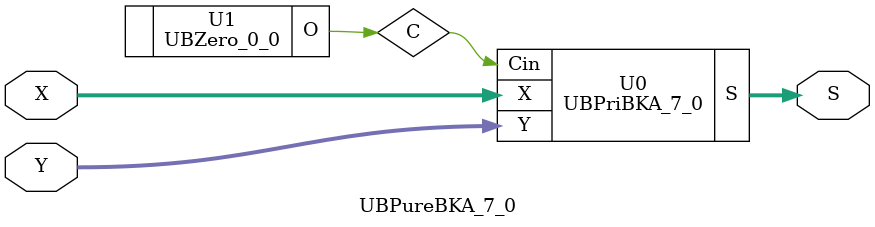
<source format=v>
/*----------------------------------------------------------------------------
  Copyright (c) 2021 Homma laboratory. All rights reserved.

  Top module: UBBKA_7_0_7_0

  Operand-1 length: 8
  Operand-2 length: 8
  Two-operand addition algorithm: Brent-Kung adder
----------------------------------------------------------------------------*/

module GPGenerator(Go, Po, A, B);
  output Go;
  output Po;
  input A;
  input B;
  assign Go = A & B;
  assign Po = A ^ B;
endmodule

module CarryOperator(Go, Po, Gi1, Pi1, Gi2, Pi2);
  output Go;
  output Po;
  input Gi1;
  input Gi2;
  input Pi1;
  input Pi2;
  assign Go = Gi1 | ( Gi2 & Pi1 );
  assign Po = Pi1 & Pi2;
endmodule

module UBPriBKA_7_0(S, X, Y, Cin);
  output [8:0] S;
  input Cin;
  input [7:0] X;
  input [7:0] Y;
  wire [7:0] G0;
  wire [7:0] G1;
  wire [7:0] G2;
  wire [7:0] G3;
  wire [7:0] G4;
  wire [7:0] G5;
  wire [7:0] G6;
  wire [7:0] P0;
  wire [7:0] P1;
  wire [7:0] P2;
  wire [7:0] P3;
  wire [7:0] P4;
  wire [7:0] P5;
  wire [7:0] P6;
  assign P1[0] = P0[0];
  assign G1[0] = G0[0];
  assign P1[2] = P0[2];
  assign G1[2] = G0[2];
  assign P1[4] = P0[4];
  assign G1[4] = G0[4];
  assign P1[6] = P0[6];
  assign G1[6] = G0[6];
  assign P2[0] = P1[0];
  assign G2[0] = G1[0];
  assign P2[1] = P1[1];
  assign G2[1] = G1[1];
  assign P2[2] = P1[2];
  assign G2[2] = G1[2];
  assign P2[4] = P1[4];
  assign G2[4] = G1[4];
  assign P2[5] = P1[5];
  assign G2[5] = G1[5];
  assign P2[6] = P1[6];
  assign G2[6] = G1[6];
  assign P3[0] = P2[0];
  assign G3[0] = G2[0];
  assign P3[1] = P2[1];
  assign G3[1] = G2[1];
  assign P3[2] = P2[2];
  assign G3[2] = G2[2];
  assign P3[3] = P2[3];
  assign G3[3] = G2[3];
  assign P3[4] = P2[4];
  assign G3[4] = G2[4];
  assign P3[5] = P2[5];
  assign G3[5] = G2[5];
  assign P3[6] = P2[6];
  assign G3[6] = G2[6];
  assign P4[0] = P3[0];
  assign G4[0] = G3[0];
  assign P4[1] = P3[1];
  assign G4[1] = G3[1];
  assign P4[2] = P3[2];
  assign G4[2] = G3[2];
  assign P4[3] = P3[3];
  assign G4[3] = G3[3];
  assign P4[4] = P3[4];
  assign G4[4] = G3[4];
  assign P4[5] = P3[5];
  assign G4[5] = G3[5];
  assign P4[6] = P3[6];
  assign G4[6] = G3[6];
  assign P4[7] = P3[7];
  assign G4[7] = G3[7];
  assign P5[0] = P4[0];
  assign G5[0] = G4[0];
  assign P5[1] = P4[1];
  assign G5[1] = G4[1];
  assign P5[2] = P4[2];
  assign G5[2] = G4[2];
  assign P5[3] = P4[3];
  assign G5[3] = G4[3];
  assign P5[4] = P4[4];
  assign G5[4] = G4[4];
  assign P5[6] = P4[6];
  assign G5[6] = G4[6];
  assign P5[7] = P4[7];
  assign G5[7] = G4[7];
  assign P6[0] = P5[0];
  assign G6[0] = G5[0];
  assign P6[1] = P5[1];
  assign G6[1] = G5[1];
  assign P6[3] = P5[3];
  assign G6[3] = G5[3];
  assign P6[5] = P5[5];
  assign G6[5] = G5[5];
  assign P6[7] = P5[7];
  assign G6[7] = G5[7];
  assign S[0] = Cin ^ P0[0];
  assign S[1] = ( G6[0] | ( P6[0] & Cin ) ) ^ P0[1];
  assign S[2] = ( G6[1] | ( P6[1] & Cin ) ) ^ P0[2];
  assign S[3] = ( G6[2] | ( P6[2] & Cin ) ) ^ P0[3];
  assign S[4] = ( G6[3] | ( P6[3] & Cin ) ) ^ P0[4];
  assign S[5] = ( G6[4] | ( P6[4] & Cin ) ) ^ P0[5];
  assign S[6] = ( G6[5] | ( P6[5] & Cin ) ) ^ P0[6];
  assign S[7] = ( G6[6] | ( P6[6] & Cin ) ) ^ P0[7];
  assign S[8] = G6[7] | ( P6[7] & Cin );
  GPGenerator U0 (G0[0], P0[0], X[0], Y[0]);
  GPGenerator U1 (G0[1], P0[1], X[1], Y[1]);
  GPGenerator U2 (G0[2], P0[2], X[2], Y[2]);
  GPGenerator U3 (G0[3], P0[3], X[3], Y[3]);
  GPGenerator U4 (G0[4], P0[4], X[4], Y[4]);
  GPGenerator U5 (G0[5], P0[5], X[5], Y[5]);
  GPGenerator U6 (G0[6], P0[6], X[6], Y[6]);
  GPGenerator U7 (G0[7], P0[7], X[7], Y[7]);
  CarryOperator U8 (G1[1], P1[1], G0[1], P0[1], G0[0], P0[0]);
  CarryOperator U9 (G1[3], P1[3], G0[3], P0[3], G0[2], P0[2]);
  CarryOperator U10 (G1[5], P1[5], G0[5], P0[5], G0[4], P0[4]);
  CarryOperator U11 (G1[7], P1[7], G0[7], P0[7], G0[6], P0[6]);
  CarryOperator U12 (G2[3], P2[3], G1[3], P1[3], G1[1], P1[1]);
  CarryOperator U13 (G2[7], P2[7], G1[7], P1[7], G1[5], P1[5]);
  CarryOperator U14 (G3[7], P3[7], G2[7], P2[7], G2[3], P2[3]);
  CarryOperator U15 (G5[5], P5[5], G4[5], P4[5], G4[3], P4[3]);
  CarryOperator U16 (G6[2], P6[2], G5[2], P5[2], G5[1], P5[1]);
  CarryOperator U17 (G6[4], P6[4], G5[4], P5[4], G5[3], P5[3]);
  CarryOperator U18 (G6[6], P6[6], G5[6], P5[6], G5[5], P5[5]);
endmodule

module UBZero_0_0(O);
  output [0:0] O;
  assign O[0] = 0;
endmodule

module UBBKA_7_0_7_0 (S, X, Y);
  output [8:0] S;
  input [7:0] X;
  input [7:0] Y;
  UBPureBKA_7_0 U0 (S[8:0], X[7:0], Y[7:0]);
endmodule

module UBPureBKA_7_0 (S, X, Y);
  output [8:0] S;
  input [7:0] X;
  input [7:0] Y;
  wire C;
  UBPriBKA_7_0 U0 (S, X, Y, C);
  UBZero_0_0 U1 (C);
endmodule


</source>
